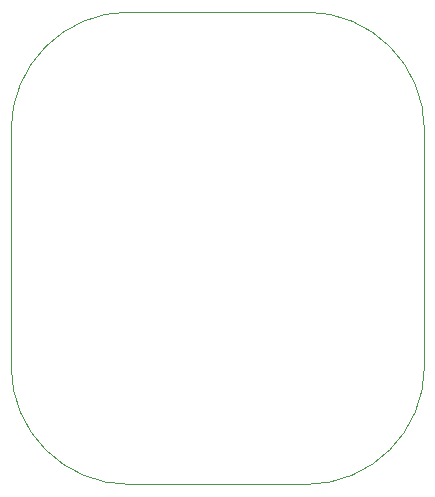
<source format=gbr>
G04 DipTrace 4.0.0.2*
G04 BoardOutline.gbr*
%MOIN*%
G04 #@! TF.FileFunction,Profile*
G04 #@! TF.Part,Single*
%ADD10C,0.004724*%
%FSLAX26Y26*%
G04*
G70*
G90*
G75*
G01*
G04 BoardOutline*
%LPD*%
X787401Y393700D2*
D10*
X1377952D1*
G03X1771653Y787401I0J393701D01*
G01*
Y1574802D1*
G03X1377952Y1968503I-393701J0D01*
G01*
X787401D1*
G03X393700Y1574802I0J-393701D01*
G01*
Y787401D1*
G03X787401Y393700I393701J0D01*
G01*
M02*

</source>
